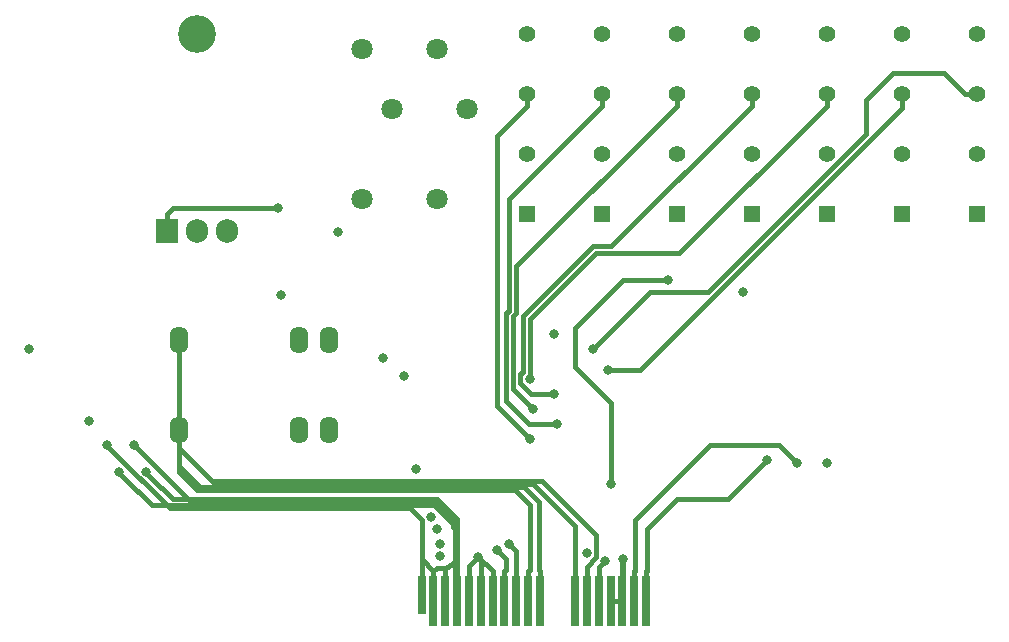
<source format=gbr>
G04 #@! TF.GenerationSoftware,KiCad,Pcbnew,(5.1.5)-3*
G04 #@! TF.CreationDate,2020-02-22T15:11:54-08:00*
G04 #@! TF.ProjectId,voltages,766f6c74-6167-4657-932e-6b696361645f,rev?*
G04 #@! TF.SameCoordinates,Original*
G04 #@! TF.FileFunction,Copper,L4,Bot*
G04 #@! TF.FilePolarity,Positive*
%FSLAX46Y46*%
G04 Gerber Fmt 4.6, Leading zero omitted, Abs format (unit mm)*
G04 Created by KiCad (PCBNEW (5.1.5)-3) date 2020-02-22 15:11:54*
%MOMM*%
%LPD*%
G04 APERTURE LIST*
%ADD10O,1.600000X2.300000*%
%ADD11O,1.905000X2.000000*%
%ADD12R,1.905000X2.000000*%
%ADD13C,3.200000*%
%ADD14C,1.800000*%
%ADD15R,1.400000X1.400000*%
%ADD16C,1.400000*%
%ADD17R,0.700000X4.300000*%
%ADD18R,0.700000X3.200000*%
%ADD19C,0.800000*%
%ADD20C,0.381000*%
G04 APERTURE END LIST*
D10*
X91186000Y-75438000D03*
X91186000Y-67818000D03*
X88646000Y-75438000D03*
X78486000Y-75438000D03*
X88646000Y-67818000D03*
X78486000Y-67818000D03*
D11*
X82550000Y-58570000D03*
X80010000Y-58570000D03*
D12*
X77470000Y-58570000D03*
D13*
X80010000Y-41910000D03*
D14*
X100330000Y-43180000D03*
X102870000Y-48260000D03*
X100330000Y-55880000D03*
X93980000Y-43180000D03*
X96520000Y-48260000D03*
X93980000Y-55880000D03*
D15*
X146050000Y-57150000D03*
D16*
X146050000Y-52070000D03*
X146050000Y-46990000D03*
X146050000Y-41910000D03*
D15*
X139700000Y-57150000D03*
D16*
X139700000Y-52070000D03*
X139700000Y-46990000D03*
X139700000Y-41910000D03*
D15*
X133350000Y-57150000D03*
D16*
X133350000Y-52070000D03*
X133350000Y-46990000D03*
X133350000Y-41910000D03*
D15*
X127000000Y-57150000D03*
D16*
X127000000Y-52070000D03*
X127000000Y-46990000D03*
X127000000Y-41910000D03*
D15*
X120650000Y-57150000D03*
D16*
X120650000Y-52070000D03*
X120650000Y-46990000D03*
X120650000Y-41910000D03*
D15*
X114300000Y-57150000D03*
D16*
X114300000Y-52070000D03*
X114300000Y-46990000D03*
X114300000Y-41910000D03*
D15*
X107950000Y-57150000D03*
D16*
X107950000Y-52070000D03*
X107950000Y-46990000D03*
X107950000Y-41910000D03*
D17*
X113049840Y-89946480D03*
X112049840Y-89946480D03*
X118049840Y-89946480D03*
X117049840Y-89946480D03*
X116049840Y-89946480D03*
X115049840Y-89946480D03*
X114049840Y-89946480D03*
X109049840Y-89946480D03*
X108049840Y-89946480D03*
X107049840Y-89946480D03*
X106049840Y-89946480D03*
X105049840Y-89946480D03*
X104049840Y-89946480D03*
X103049840Y-89946480D03*
X102049840Y-89946480D03*
X101049840Y-89946480D03*
X100049840Y-89946480D03*
D18*
X99049840Y-89396480D03*
D19*
X65786000Y-68580000D03*
X87122000Y-64008000D03*
X70866000Y-74676000D03*
X97536000Y-70866000D03*
X95758000Y-69342000D03*
X98552000Y-78740000D03*
X133350000Y-78232000D03*
X126238000Y-63754000D03*
X116124579Y-86360000D03*
X114543567Y-86550944D03*
X113030000Y-85852000D03*
X106426000Y-85090000D03*
X105410000Y-85598000D03*
X91948000Y-58674000D03*
X72390000Y-76708000D03*
X73406000Y-78994000D03*
X74676000Y-76708000D03*
X75692000Y-78994000D03*
X115062000Y-80010000D03*
X119888000Y-62738000D03*
X128270000Y-77978000D03*
X130810000Y-78232000D03*
X103813180Y-86178820D03*
X110236000Y-67310000D03*
X100330000Y-83820000D03*
X100584000Y-85090000D03*
X99822000Y-82804000D03*
X100584000Y-86106000D03*
X108204000Y-76200000D03*
X110490000Y-74930000D03*
X108458000Y-73660000D03*
X110236000Y-72390000D03*
X108204000Y-71120000D03*
X114808000Y-70358000D03*
X113538000Y-68580000D03*
X86868000Y-56642000D03*
D20*
X115049840Y-89946480D02*
X115780840Y-89946480D01*
X116049840Y-89946480D02*
X116049840Y-86434739D01*
X116124579Y-86925685D02*
X116124579Y-86360000D01*
X116124579Y-89602741D02*
X116124579Y-86925685D01*
X115780840Y-89946480D02*
X116124579Y-89602741D01*
X116049840Y-86434739D02*
X116124579Y-86360000D01*
X114049840Y-87044671D02*
X114543567Y-86550944D01*
X114049840Y-89946480D02*
X114049840Y-87044671D01*
X107049840Y-89946480D02*
X107049840Y-85713840D01*
X107049840Y-85713840D02*
X106426000Y-85090000D01*
X106049840Y-87415480D02*
X106172000Y-87293320D01*
X106049840Y-89946480D02*
X106049840Y-87415480D01*
X106172000Y-87293320D02*
X106172000Y-86360000D01*
X106172000Y-86360000D02*
X105410000Y-85598000D01*
X101049840Y-89946480D02*
X101049840Y-87415480D01*
X101854000Y-86611320D02*
X101854000Y-85852000D01*
X101854000Y-88873320D02*
X101854000Y-85852000D01*
X100049840Y-87415480D02*
X100343320Y-87122000D01*
X100049840Y-89946480D02*
X100049840Y-87415480D01*
X100343320Y-87122000D02*
X101092000Y-87122000D01*
X101049840Y-87415480D02*
X101092000Y-87122000D01*
X101092000Y-87122000D02*
X101854000Y-86611320D01*
X98023680Y-82042000D02*
X77724000Y-82042000D01*
X72789999Y-77107999D02*
X72390000Y-76708000D01*
X99049840Y-83068160D02*
X98023680Y-82042000D01*
X77724000Y-82042000D02*
X72789999Y-77107999D01*
X73805999Y-79393999D02*
X73406000Y-78994000D01*
X100076000Y-81788000D02*
X76200000Y-81788000D01*
X76200000Y-81788000D02*
X73805999Y-79393999D01*
X101600000Y-83312000D02*
X100076000Y-81788000D01*
X100330000Y-81280000D02*
X77978000Y-81280000D01*
X77978000Y-81280000D02*
X76091999Y-79393999D01*
X102049840Y-82999840D02*
X100330000Y-81280000D01*
X76091999Y-79393999D02*
X75692000Y-78994000D01*
X102049840Y-89946480D02*
X102049840Y-82999840D01*
X100049840Y-87349840D02*
X99060000Y-86360000D01*
X100049840Y-87415480D02*
X100049840Y-87349840D01*
X99049840Y-89396480D02*
X99060000Y-86360000D01*
X99060000Y-86360000D02*
X99049840Y-83068160D01*
X101854000Y-83820000D02*
X101854000Y-85852000D01*
X100076000Y-81534000D02*
X101727000Y-83185000D01*
X101727000Y-83693000D02*
X101854000Y-83820000D01*
X79502000Y-81534000D02*
X100076000Y-81534000D01*
X101727000Y-83185000D02*
X101727000Y-83693000D01*
X74676000Y-76708000D02*
X79502000Y-81534000D01*
X115062000Y-80010000D02*
X115062000Y-73152000D01*
X115062000Y-73152000D02*
X112014000Y-70104000D01*
X112014000Y-70104000D02*
X112014000Y-66802000D01*
X112014000Y-66802000D02*
X116078000Y-62738000D01*
X116078000Y-62738000D02*
X119888000Y-62738000D01*
X78486000Y-69349000D02*
X78486000Y-75438000D01*
X78486000Y-67818000D02*
X78486000Y-69349000D01*
X80264000Y-80264000D02*
X78486000Y-78486000D01*
X109049840Y-87415480D02*
X108966000Y-87331640D01*
X78486000Y-78486000D02*
X78486000Y-75438000D01*
X109049840Y-89946480D02*
X109049840Y-87415480D01*
X107696000Y-80264000D02*
X80264000Y-80264000D01*
X108966000Y-87331640D02*
X108966000Y-81534000D01*
X108966000Y-81534000D02*
X107696000Y-80264000D01*
X80010000Y-80518000D02*
X78486000Y-78994000D01*
X108049840Y-87415480D02*
X108204000Y-87261320D01*
X78486000Y-78994000D02*
X78486000Y-75438000D01*
X108204000Y-87261320D02*
X108204000Y-81788000D01*
X108049840Y-89946480D02*
X108049840Y-87415480D01*
X108204000Y-81788000D02*
X106934000Y-80518000D01*
X106934000Y-80518000D02*
X80010000Y-80518000D01*
X113820501Y-84356501D02*
X109220000Y-79756000D01*
X113049840Y-89946480D02*
X113049840Y-87002102D01*
X113820501Y-86231441D02*
X113820501Y-84356501D01*
X78486000Y-76969000D02*
X78486000Y-75438000D01*
X109220000Y-79756000D02*
X81273000Y-79756000D01*
X113049840Y-87002102D02*
X113820501Y-86231441D01*
X81273000Y-79756000D02*
X78486000Y-76969000D01*
X81527000Y-80010000D02*
X78486000Y-76969000D01*
X108458000Y-80010000D02*
X81527000Y-80010000D01*
X112049840Y-89946480D02*
X112049840Y-83601840D01*
X112049840Y-83601840D02*
X108458000Y-80010000D01*
X118049840Y-87415480D02*
X118110000Y-87355320D01*
X118049840Y-89946480D02*
X118049840Y-87415480D01*
X118110000Y-87355320D02*
X118110000Y-83820000D01*
X118110000Y-83820000D02*
X120650000Y-81280000D01*
X120650000Y-81280000D02*
X124968000Y-81280000D01*
X124968000Y-81280000D02*
X128270000Y-77978000D01*
X117049840Y-87415480D02*
X117094000Y-87371320D01*
X117049840Y-89946480D02*
X117049840Y-87415480D01*
X117094000Y-87371320D02*
X117094000Y-83058000D01*
X117094000Y-83058000D02*
X123444000Y-76708000D01*
X123444000Y-76708000D02*
X129286000Y-76708000D01*
X129286000Y-76708000D02*
X130810000Y-78232000D01*
X105049840Y-89946480D02*
X105049840Y-87415480D01*
X105049840Y-87415480D02*
X103813180Y-86178820D01*
X104049840Y-86415480D02*
X103813180Y-86178820D01*
X104049840Y-89946480D02*
X104049840Y-86415480D01*
X103049840Y-86942160D02*
X103813180Y-86178820D01*
X103049840Y-89946480D02*
X103049840Y-86942160D01*
X107950000Y-47979949D02*
X105410000Y-50519949D01*
X107950000Y-46990000D02*
X107950000Y-47979949D01*
X105410000Y-50519949D02*
X105410000Y-73406000D01*
X105410000Y-73406000D02*
X108204000Y-76200000D01*
X108144327Y-74930000D02*
X109924315Y-74930000D01*
X114300000Y-47979949D02*
X106426000Y-55853949D01*
X109924315Y-74930000D02*
X110490000Y-74930000D01*
X106206967Y-72992640D02*
X108144327Y-74930000D01*
X114300000Y-46990000D02*
X114300000Y-47979949D01*
X106426000Y-55853949D02*
X106426000Y-65352981D01*
X106426000Y-65352981D02*
X106206967Y-65572014D01*
X106206967Y-65572014D02*
X106206967Y-72992640D01*
X106787978Y-65812676D02*
X106787978Y-71989978D01*
X107041978Y-61587971D02*
X107041978Y-65558676D01*
X108058001Y-73260001D02*
X108458000Y-73660000D01*
X107041978Y-65558676D02*
X106787978Y-65812676D01*
X120650000Y-46990000D02*
X120650000Y-47979949D01*
X120650000Y-47979949D02*
X107041978Y-61587971D01*
X106787978Y-71989978D02*
X108058001Y-73260001D01*
X107413499Y-70740559D02*
X107413499Y-71499441D01*
X115108960Y-59870989D02*
X113551338Y-59870989D01*
X108304058Y-72390000D02*
X109670315Y-72390000D01*
X107413499Y-71499441D02*
X108304058Y-72390000D01*
X107622989Y-70531069D02*
X107413499Y-70740559D01*
X127000000Y-46990000D02*
X127000000Y-47979949D01*
X113551338Y-59870989D02*
X107622989Y-65799338D01*
X109670315Y-72390000D02*
X110236000Y-72390000D01*
X127000000Y-47979949D02*
X115108960Y-59870989D01*
X107622989Y-65799338D02*
X107622989Y-70531069D01*
X120877949Y-60452000D02*
X113792000Y-60452000D01*
X133350000Y-47979949D02*
X120877949Y-60452000D01*
X133350000Y-46990000D02*
X133350000Y-47979949D01*
X108204000Y-70554315D02*
X108204000Y-71120000D01*
X113792000Y-60452000D02*
X108204000Y-66040000D01*
X108204000Y-66040000D02*
X108204000Y-70554315D01*
X139700000Y-46990000D02*
X139700000Y-48155615D01*
X115373685Y-70358000D02*
X114808000Y-70358000D01*
X139700000Y-48155615D02*
X117497615Y-70358000D01*
X117497615Y-70358000D02*
X115373685Y-70358000D01*
X145060051Y-46990000D02*
X143282051Y-45212000D01*
X146050000Y-46990000D02*
X145060051Y-46990000D01*
X143282051Y-45212000D02*
X138938000Y-45212000D01*
X138938000Y-45212000D02*
X136652000Y-47498000D01*
X136652000Y-50381942D02*
X123279942Y-63754000D01*
X136652000Y-47498000D02*
X136652000Y-50381942D01*
X123279942Y-63754000D02*
X118364000Y-63754000D01*
X118364000Y-63754000D02*
X113538000Y-68580000D01*
X77470000Y-57189000D02*
X78017000Y-56642000D01*
X77470000Y-58570000D02*
X77470000Y-57189000D01*
X78017000Y-56642000D02*
X86868000Y-56642000D01*
M02*

</source>
